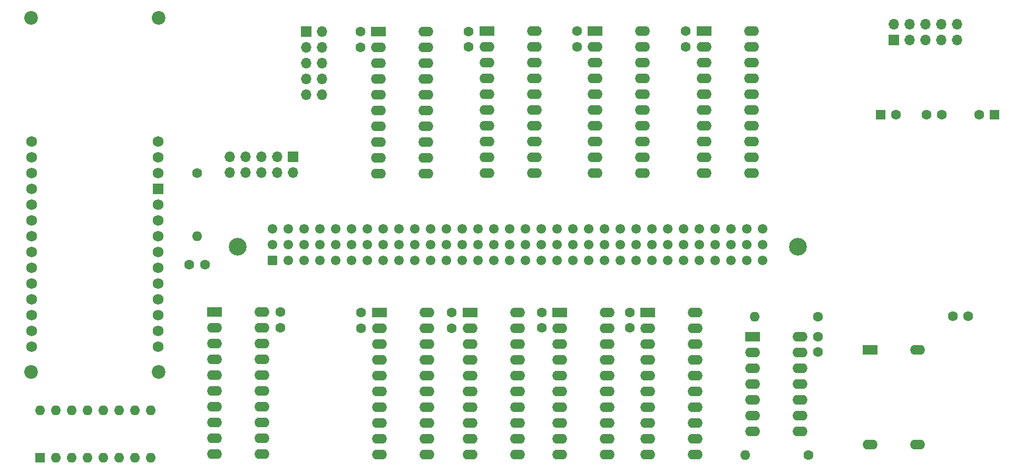
<source format=gbr>
%TF.GenerationSoftware,KiCad,Pcbnew,8.0.8*%
%TF.CreationDate,2025-04-22T20:57:00-07:00*%
%TF.ProjectId,logic,6c6f6769-632e-46b6-9963-61645f706362,rev?*%
%TF.SameCoordinates,Original*%
%TF.FileFunction,Soldermask,Bot*%
%TF.FilePolarity,Negative*%
%FSLAX46Y46*%
G04 Gerber Fmt 4.6, Leading zero omitted, Abs format (unit mm)*
G04 Created by KiCad (PCBNEW 8.0.8) date 2025-04-22 20:57:00*
%MOMM*%
%LPD*%
G01*
G04 APERTURE LIST*
G04 Aperture macros list*
%AMRoundRect*
0 Rectangle with rounded corners*
0 $1 Rounding radius*
0 $2 $3 $4 $5 $6 $7 $8 $9 X,Y pos of 4 corners*
0 Add a 4 corners polygon primitive as box body*
4,1,4,$2,$3,$4,$5,$6,$7,$8,$9,$2,$3,0*
0 Add four circle primitives for the rounded corners*
1,1,$1+$1,$2,$3*
1,1,$1+$1,$4,$5*
1,1,$1+$1,$6,$7*
1,1,$1+$1,$8,$9*
0 Add four rect primitives between the rounded corners*
20,1,$1+$1,$2,$3,$4,$5,0*
20,1,$1+$1,$4,$5,$6,$7,0*
20,1,$1+$1,$6,$7,$8,$9,0*
20,1,$1+$1,$8,$9,$2,$3,0*%
G04 Aperture macros list end*
%ADD10C,1.600000*%
%ADD11R,2.400000X1.600000*%
%ADD12O,2.400000X1.600000*%
%ADD13R,1.700000X1.700000*%
%ADD14O,1.700000X1.700000*%
%ADD15C,2.200000*%
%ADD16C,1.727200*%
%ADD17R,1.727200X1.727200*%
%ADD18O,1.600000X1.600000*%
%ADD19C,2.850000*%
%ADD20RoundRect,0.249999X0.525001X-0.525001X0.525001X0.525001X-0.525001X0.525001X-0.525001X-0.525001X0*%
%ADD21C,1.550000*%
%ADD22R,1.600000X1.600000*%
G04 APERTURE END LIST*
D10*
%TO.C,C14*%
X169100000Y-103815000D03*
X169100000Y-101315000D03*
%TD*%
%TO.C,C8*%
X143228889Y-58600000D03*
X143228889Y-56100000D03*
%TD*%
D11*
%TO.C,U3*%
X143470000Y-101350000D03*
D12*
X143470000Y-103890000D03*
X143470000Y-106430000D03*
X143470000Y-108970000D03*
X143470000Y-111510000D03*
X143470000Y-114050000D03*
X143470000Y-116590000D03*
X143470000Y-119130000D03*
X143470000Y-121670000D03*
X143470000Y-124210000D03*
X151090000Y-124210000D03*
X151090000Y-121670000D03*
X151090000Y-119130000D03*
X151090000Y-116590000D03*
X151090000Y-114050000D03*
X151090000Y-111510000D03*
X151090000Y-108970000D03*
X151090000Y-106430000D03*
X151090000Y-103890000D03*
X151090000Y-101350000D03*
%TD*%
D13*
%TO.C,J3*%
X115060000Y-76310000D03*
D14*
X115060000Y-78850000D03*
X112520000Y-76310000D03*
X112520000Y-78850000D03*
X109980000Y-76310000D03*
X109980000Y-78850000D03*
X107440000Y-76310000D03*
X107440000Y-78850000D03*
X104900000Y-76310000D03*
X104900000Y-78850000D03*
%TD*%
D10*
%TO.C,C2*%
X216777349Y-69510000D03*
X219277349Y-69510000D03*
%TD*%
D13*
%TO.C,J2*%
X117140000Y-56140000D03*
D14*
X119680000Y-56140000D03*
X117140000Y-58680000D03*
X119680000Y-58680000D03*
X117140000Y-61220000D03*
X119680000Y-61220000D03*
X117140000Y-63760000D03*
X119680000Y-63760000D03*
X117140000Y-66300000D03*
X119680000Y-66300000D03*
%TD*%
D10*
%TO.C,C7*%
X125855000Y-58645000D03*
X125855000Y-56145000D03*
%TD*%
D15*
%TO.C,A1*%
X93470000Y-53915200D03*
X72970000Y-53915200D03*
X93470000Y-110915200D03*
X72970000Y-110915200D03*
D16*
X93380000Y-78880000D03*
X93380000Y-73800000D03*
X73060000Y-76340000D03*
X73060000Y-78880000D03*
X73060000Y-81420000D03*
X73060000Y-83960000D03*
X73060000Y-86500000D03*
X73060000Y-89040000D03*
X73060000Y-91580000D03*
X73060000Y-73800000D03*
X73060000Y-94120000D03*
X73060000Y-96660000D03*
X73060000Y-99200000D03*
X73060000Y-101740000D03*
X73060000Y-104280000D03*
X73060000Y-106820000D03*
X93380000Y-106820000D03*
X93380000Y-104280000D03*
X93380000Y-101740000D03*
X93380000Y-99200000D03*
X93380000Y-96660000D03*
X93380000Y-94120000D03*
X93380000Y-91580000D03*
X93380000Y-89040000D03*
X93380000Y-86500000D03*
D17*
X93380000Y-81420000D03*
D16*
X93380000Y-83960000D03*
X93380000Y-76340000D03*
%TD*%
D10*
%TO.C,C15*%
X199380000Y-105225000D03*
X199380000Y-107725000D03*
%TD*%
D11*
%TO.C,U4*%
X128910000Y-101350000D03*
D12*
X128910000Y-103890000D03*
X128910000Y-106430000D03*
X128910000Y-108970000D03*
X128910000Y-111510000D03*
X128910000Y-114050000D03*
X128910000Y-116590000D03*
X128910000Y-119130000D03*
X128910000Y-121670000D03*
X128910000Y-124210000D03*
X136530000Y-124210000D03*
X136530000Y-121670000D03*
X136530000Y-119130000D03*
X136530000Y-116590000D03*
X136530000Y-114050000D03*
X136530000Y-111510000D03*
X136530000Y-108970000D03*
X136530000Y-106430000D03*
X136530000Y-103890000D03*
X136530000Y-101350000D03*
%TD*%
D10*
%TO.C,R3*%
X99580000Y-78920000D03*
D18*
X99580000Y-89080000D03*
%TD*%
D10*
%TO.C,R2*%
X197810000Y-124310000D03*
D18*
X187650000Y-124310000D03*
%TD*%
D10*
%TO.C,C13*%
X154970000Y-103820000D03*
X154970000Y-101320000D03*
%TD*%
D11*
%TO.C,U14*%
X188850000Y-105225000D03*
D12*
X188850000Y-107765000D03*
X188850000Y-110305000D03*
X188850000Y-112845000D03*
X188850000Y-115385000D03*
X188850000Y-117925000D03*
X188850000Y-120465000D03*
X196470000Y-120465000D03*
X196470000Y-117925000D03*
X196470000Y-115385000D03*
X196470000Y-112845000D03*
X196470000Y-110305000D03*
X196470000Y-107765000D03*
X196470000Y-105225000D03*
%TD*%
D10*
%TO.C,C5*%
X100850000Y-93660000D03*
X98350000Y-93660000D03*
%TD*%
D11*
%TO.C,S1*%
X207709948Y-107380000D03*
D12*
X207709948Y-122620000D03*
X215329948Y-122620000D03*
X215329948Y-107380000D03*
%TD*%
D10*
%TO.C,C6*%
X112960000Y-101290000D03*
X112960000Y-103790000D03*
%TD*%
D11*
%TO.C,U1*%
X172040000Y-101315000D03*
D12*
X172040000Y-103855000D03*
X172040000Y-106395000D03*
X172040000Y-108935000D03*
X172040000Y-111475000D03*
X172040000Y-114015000D03*
X172040000Y-116555000D03*
X172040000Y-119095000D03*
X172040000Y-121635000D03*
X172040000Y-124175000D03*
X179660000Y-124175000D03*
X179660000Y-121635000D03*
X179660000Y-119095000D03*
X179660000Y-116555000D03*
X179660000Y-114015000D03*
X179660000Y-111475000D03*
X179660000Y-108935000D03*
X179660000Y-106395000D03*
X179660000Y-103855000D03*
X179660000Y-101315000D03*
%TD*%
D19*
%TO.C,J1*%
X106110000Y-90760000D03*
X196110000Y-90760000D03*
D20*
X111740000Y-93000000D03*
D21*
X114280000Y-93000000D03*
X116820000Y-93000000D03*
X119360000Y-93000000D03*
X121900000Y-93000000D03*
X124440000Y-93000000D03*
X126980000Y-93000000D03*
X129520000Y-93000000D03*
X132060000Y-93000000D03*
X134600000Y-93000000D03*
X137140000Y-93000000D03*
X139680000Y-93000000D03*
X142220000Y-93000000D03*
X144760000Y-93000000D03*
X147300000Y-93000000D03*
X149840000Y-93000000D03*
X152380000Y-93000000D03*
X154920000Y-93000000D03*
X157460000Y-93000000D03*
X160000000Y-93000000D03*
X162540000Y-93000000D03*
X165080000Y-93000000D03*
X167620000Y-93000000D03*
X170160000Y-93000000D03*
X172700000Y-93000000D03*
X175240000Y-93000000D03*
X177780000Y-93000000D03*
X180320000Y-93000000D03*
X182860000Y-93000000D03*
X185400000Y-93000000D03*
X187940000Y-93000000D03*
X190480000Y-93000000D03*
X111740000Y-90460000D03*
X114280000Y-90460000D03*
X116820000Y-90460000D03*
X119360000Y-90460000D03*
X121900000Y-90460000D03*
X124440000Y-90460000D03*
X126980000Y-90460000D03*
X129520000Y-90460000D03*
X132060000Y-90460000D03*
X134600000Y-90460000D03*
X137140000Y-90460000D03*
X139680000Y-90460000D03*
X142220000Y-90460000D03*
X144760000Y-90460000D03*
X147300000Y-90460000D03*
X149840000Y-90460000D03*
X152380000Y-90460000D03*
X154920000Y-90460000D03*
X157460000Y-90460000D03*
X160000000Y-90460000D03*
X162540000Y-90460000D03*
X165080000Y-90460000D03*
X167620000Y-90460000D03*
X170160000Y-90460000D03*
X172700000Y-90460000D03*
X175240000Y-90460000D03*
X177780000Y-90460000D03*
X180320000Y-90460000D03*
X182860000Y-90460000D03*
X185400000Y-90460000D03*
X187940000Y-90460000D03*
X190480000Y-90460000D03*
X111740000Y-87920000D03*
X114280000Y-87920000D03*
X116820000Y-87920000D03*
X119360000Y-87920000D03*
X121900000Y-87920000D03*
X124440000Y-87920000D03*
X126980000Y-87920000D03*
X129520000Y-87920000D03*
X132060000Y-87920000D03*
X134600000Y-87920000D03*
X137140000Y-87920000D03*
X139680000Y-87920000D03*
X142220000Y-87920000D03*
X144760000Y-87920000D03*
X147300000Y-87920000D03*
X149840000Y-87920000D03*
X152380000Y-87920000D03*
X154920000Y-87920000D03*
X157460000Y-87920000D03*
X160000000Y-87920000D03*
X162540000Y-87920000D03*
X165080000Y-87920000D03*
X167620000Y-87920000D03*
X170160000Y-87920000D03*
X172700000Y-87920000D03*
X175240000Y-87920000D03*
X177780000Y-87920000D03*
X180320000Y-87920000D03*
X182860000Y-87920000D03*
X185400000Y-87920000D03*
X187940000Y-87920000D03*
X190480000Y-87920000D03*
%TD*%
D11*
%TO.C,U9*%
X102410000Y-101290000D03*
D12*
X102410000Y-103830000D03*
X102410000Y-106370000D03*
X102410000Y-108910000D03*
X102410000Y-111450000D03*
X102410000Y-113990000D03*
X102410000Y-116530000D03*
X102410000Y-119070000D03*
X102410000Y-121610000D03*
X102410000Y-124150000D03*
X110030000Y-124150000D03*
X110030000Y-121610000D03*
X110030000Y-119070000D03*
X110030000Y-116530000D03*
X110030000Y-113990000D03*
X110030000Y-111450000D03*
X110030000Y-108910000D03*
X110030000Y-106370000D03*
X110030000Y-103830000D03*
X110030000Y-101290000D03*
%TD*%
D11*
%TO.C,U6*%
X146168889Y-56090000D03*
D12*
X146168889Y-58630000D03*
X146168889Y-61170000D03*
X146168889Y-63710000D03*
X146168889Y-66250000D03*
X146168889Y-68790000D03*
X146168889Y-71330000D03*
X146168889Y-73870000D03*
X146168889Y-76410000D03*
X146168889Y-78950000D03*
X153788889Y-78950000D03*
X153788889Y-76410000D03*
X153788889Y-73870000D03*
X153788889Y-71330000D03*
X153788889Y-68790000D03*
X153788889Y-66250000D03*
X153788889Y-63710000D03*
X153788889Y-61170000D03*
X153788889Y-58630000D03*
X153788889Y-56090000D03*
%TD*%
D13*
%TO.C,J4*%
X211550000Y-57450000D03*
D14*
X211550000Y-54910000D03*
X214090000Y-57450000D03*
X214090000Y-54910000D03*
X216630000Y-57450000D03*
X216630000Y-54910000D03*
X219170000Y-57450000D03*
X219170000Y-54910000D03*
X221710000Y-57450000D03*
X221710000Y-54910000D03*
%TD*%
D11*
%TO.C,U5*%
X128785000Y-56145000D03*
D12*
X128785000Y-58685000D03*
X128785000Y-61225000D03*
X128785000Y-63765000D03*
X128785000Y-66305000D03*
X128785000Y-68845000D03*
X128785000Y-71385000D03*
X128785000Y-73925000D03*
X128785000Y-76465000D03*
X128785000Y-79005000D03*
X136405000Y-79005000D03*
X136405000Y-76465000D03*
X136405000Y-73925000D03*
X136405000Y-71385000D03*
X136405000Y-68845000D03*
X136405000Y-66305000D03*
X136405000Y-63765000D03*
X136405000Y-61225000D03*
X136405000Y-58685000D03*
X136405000Y-56145000D03*
%TD*%
D10*
%TO.C,R1*%
X199370000Y-102010000D03*
D18*
X189210000Y-102010000D03*
%TD*%
D11*
%TO.C,U8*%
X181050000Y-56077500D03*
D12*
X181050000Y-58617500D03*
X181050000Y-61157500D03*
X181050000Y-63697500D03*
X181050000Y-66237500D03*
X181050000Y-68777500D03*
X181050000Y-71317500D03*
X181050000Y-73857500D03*
X181050000Y-76397500D03*
X181050000Y-78937500D03*
X188670000Y-78937500D03*
X188670000Y-76397500D03*
X188670000Y-73857500D03*
X188670000Y-71317500D03*
X188670000Y-68777500D03*
X188670000Y-66237500D03*
X188670000Y-63697500D03*
X188670000Y-61157500D03*
X188670000Y-58617500D03*
X188670000Y-56077500D03*
%TD*%
D10*
%TO.C,C11*%
X125980000Y-103850000D03*
X125980000Y-101350000D03*
%TD*%
%TO.C,C9*%
X160631825Y-58565000D03*
X160631825Y-56065000D03*
%TD*%
D22*
%TO.C,C1*%
X227747349Y-69510000D03*
D10*
X225247349Y-69510000D03*
%TD*%
D22*
%TO.C,C4*%
X209397349Y-69510000D03*
D10*
X211897349Y-69510000D03*
%TD*%
%TO.C,C12*%
X140530000Y-103850000D03*
X140530000Y-101350000D03*
%TD*%
D22*
%TO.C,RN1*%
X74390000Y-124720000D03*
D18*
X76930000Y-124720000D03*
X79470000Y-124720000D03*
X82010000Y-124720000D03*
X84550000Y-124720000D03*
X87090000Y-124720000D03*
X89630000Y-124720000D03*
X92170000Y-124720000D03*
X92170000Y-117100000D03*
X89630000Y-117100000D03*
X87090000Y-117100000D03*
X84550000Y-117100000D03*
X82010000Y-117100000D03*
X79470000Y-117100000D03*
X76930000Y-117100000D03*
X74390000Y-117100000D03*
%TD*%
D10*
%TO.C,C3*%
X220990000Y-101920000D03*
X223490000Y-101920000D03*
%TD*%
%TO.C,C10*%
X178120000Y-58577500D03*
X178120000Y-56077500D03*
%TD*%
D11*
%TO.C,U2*%
X157880000Y-101320000D03*
D12*
X157880000Y-103860000D03*
X157880000Y-106400000D03*
X157880000Y-108940000D03*
X157880000Y-111480000D03*
X157880000Y-114020000D03*
X157880000Y-116560000D03*
X157880000Y-119100000D03*
X157880000Y-121640000D03*
X157880000Y-124180000D03*
X165500000Y-124180000D03*
X165500000Y-121640000D03*
X165500000Y-119100000D03*
X165500000Y-116560000D03*
X165500000Y-114020000D03*
X165500000Y-111480000D03*
X165500000Y-108940000D03*
X165500000Y-106400000D03*
X165500000Y-103860000D03*
X165500000Y-101320000D03*
%TD*%
D11*
%TO.C,U7*%
X163561825Y-56065000D03*
D12*
X163561825Y-58605000D03*
X163561825Y-61145000D03*
X163561825Y-63685000D03*
X163561825Y-66225000D03*
X163561825Y-68765000D03*
X163561825Y-71305000D03*
X163561825Y-73845000D03*
X163561825Y-76385000D03*
X163561825Y-78925000D03*
X171181825Y-78925000D03*
X171181825Y-76385000D03*
X171181825Y-73845000D03*
X171181825Y-71305000D03*
X171181825Y-68765000D03*
X171181825Y-66225000D03*
X171181825Y-63685000D03*
X171181825Y-61145000D03*
X171181825Y-58605000D03*
X171181825Y-56065000D03*
%TD*%
M02*

</source>
